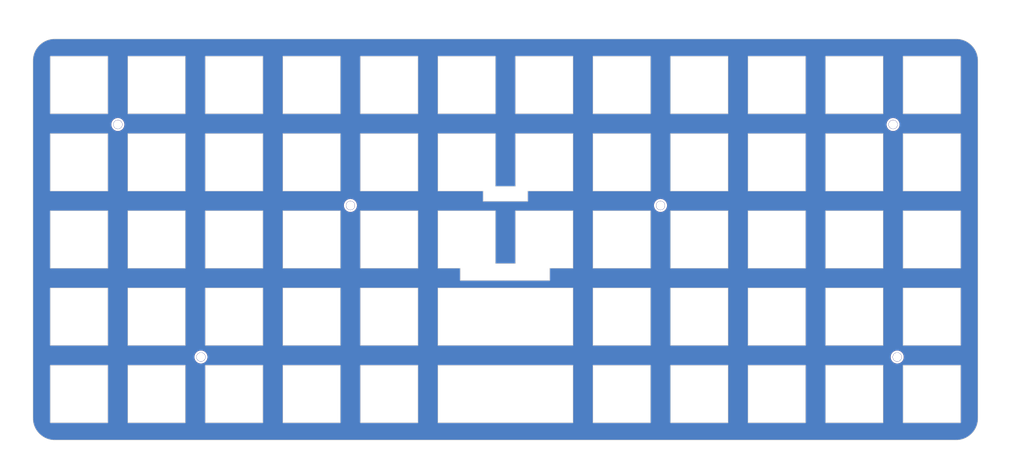
<source format=kicad_pcb>
(kicad_pcb (version 20221018) (generator pcbnew)
  (layers (0 "F.Cu" signal) (31 "B.Cu" signal) (34 "B.Paste" user) (35 "F.Paste" user) (36 "B.SilkS" user "B.Silkscreen") (37 "F.SilkS" user "F.Silkscreen") (38 "B.Mask" user) (39 "F.Mask" user) (44 "Edge.Cuts" user))
  (net 0 "")
  (footprint "MountingHole:MountingHole_2.1mm" (layer "F.Cu") (at 90.0684 53.1368)
    (fp_text reference "REF**")
    (fp_text value "MountingHole_2.1mm")
    (pad "" thru_hole circle (at 0 0) (size 2.2 2.2) (drill 2.1) (layers "*.Cu" "*.Mask"))
  )
  (footprint "MountingHole:MountingHole_2.1mm" (layer "F.Cu") (at 53.34 90.424)
    (fp_text reference "REF**")
    (fp_text value "MountingHole_2.1mm")
    (pad "" thru_hole circle (at 0 0) (size 2.2 2.2) (drill 2.1) (layers "*.Cu" "*.Mask"))
  )
  (footprint "MountingHole:MountingHole_2.1mm" (layer "F.Cu") (at 32.9184 33.2232)
    (fp_text reference "REF**")
    (fp_text value "MountingHole_2.1mm")
    (pad "" thru_hole circle (at 0 0) (size 2.2 2.2) (drill 2.1) (layers "*.Cu" "*.Mask"))
  )
  (footprint "MountingHole:MountingHole_2.1mm" (layer "F.Cu") (at 166.2684 53.1368)
    (fp_text reference "REF**")
    (fp_text value "MountingHole_2.1mm")
    (pad "" thru_hole circle (at 0 0) (size 2.2 2.2) (drill 2.1) (layers "*.Cu" "*.Mask"))
  )
  (footprint "MountingHole:MountingHole_2.1mm" (layer "F.Cu") (at 224.4344 90.424)
    (fp_text reference "REF**")
    (fp_text value "MountingHole_2.1mm")
    (pad "" thru_hole circle (at 0 0) (size 2.2 2.2) (drill 2.1) (layers "*.Cu" "*.Mask"))
  )
  (footprint "MountingHole:MountingHole_2.1mm" (layer "F.Cu") (at 223.4184 33.2232)
    (fp_text reference "REF**")
    (fp_text value "MountingHole_2.1mm")
    (pad "" thru_hole circle (at 0 0) (size 2.2 2.2) (drill 2.1) (layers "*.Cu" "*.Mask"))
  )
  (gr_line (start 92.5184 54.4338) (end 106.6684 54.4338) (stroke (width 0.1)) (layer "Edge.Cuts"))
  (gr_line (start 182.8684 16.4338) (end 182.8684 30.5838) (stroke (width 0.1)) (layer "Edge.Cuts"))
  (gr_line (start 220.9684 87.5838) (end 206.8184 87.5838) (stroke (width 0.1)) (layer "Edge.Cuts"))
  (gr_line (start 182.8684 73.4338) (end 182.8684 87.5838) (stroke (width 0.1)) (layer "Edge.Cuts"))
  (gr_line (start 201.9184 54.4338) (end 201.9184 68.5838) (stroke (width 0.1)) (layer "Edge.Cuts"))
  (gr_line (start 30.4684 49.5838) (end 16.3184 49.5838) (stroke (width 0.1)) (layer "Edge.Cuts"))
  (gr_line (start 206.8184 87.5838) (end 206.8184 73.4338) (stroke (width 0.1)) (layer "Edge.Cuts"))
  (gr_line (start 122.6664 52.1278) (end 122.6664 49.5838) (stroke (width 0.1)) (layer "Edge.Cuts"))
  (gr_line (start 87.6184 73.4338) (end 87.6184 87.5838) (stroke (width 0.1)) (layer "Edge.Cuts"))
  (gr_line (start 68.5684 16.4338) (end 68.5684 30.5838) (stroke (width 0.1)) (layer "Edge.Cuts"))
  (gr_line (start 201.9184 87.5838) (end 187.7684 87.5838) (stroke (width 0.1)) (layer "Edge.Cuts"))
  (gr_line (start 125.7184 48.4278) (end 130.6184 48.4278) (stroke (width 0.1)) (layer "Edge.Cuts"))
  (gr_line (start 130.6184 30.5838) (end 130.6184 16.4338) (stroke (width 0.1)) (layer "Edge.Cuts"))
  (gr_line (start 92.5184 87.5838) (end 92.5184 73.4338) (stroke (width 0.1)) (layer "Edge.Cuts"))
  (gr_line (start 106.6684 49.5838) (end 92.5184 49.5838) (stroke (width 0.1)) (layer "Edge.Cuts"))
  (gr_line (start 225.8684 68.5838) (end 225.8684 54.4338) (stroke (width 0.1)) (layer "Edge.Cuts"))
  (gr_line (start 206.8184 73.4338) (end 220.9684 73.4338) (stroke (width 0.1)) (layer "Edge.Cuts"))
  (gr_line (start 73.4684 49.5838) (end 73.4684 35.4338) (stroke (width 0.1)) (layer "Edge.Cuts"))
  (gr_line (start 206.8184 92.4338) (end 220.9684 92.4338) (stroke (width 0.1)) (layer "Edge.Cuts"))
  (gr_line (start 35.3684 35.4338) (end 49.5184 35.4338) (stroke (width 0.1)) (layer "Edge.Cuts"))
  (gr_line (start 182.8684 30.5838) (end 168.7184 30.5838) (stroke (width 0.1)) (layer "Edge.Cuts"))
  (gr_line (start 35.3684 92.4338) (end 49.5184 92.4338) (stroke (width 0.1)) (layer "Edge.Cuts"))
  (gr_line (start 240.0184 54.4338) (end 240.0184 68.5838) (stroke (width 0.1)) (layer "Edge.Cuts"))
  (gr_line (start 35.3684 16.4338) (end 49.5184 16.4338) (stroke (width 0.1)) (layer "Edge.Cuts"))
  (gr_line (start 206.8184 16.4338) (end 220.9684 16.4338) (stroke (width 0.1)) (layer "Edge.Cuts"))
  (gr_line (start 87.6184 54.4338) (end 87.6184 68.5838) (stroke (width 0.1)) (layer "Edge.Cuts"))
  (gr_line (start 144.7684 30.5838) (end 130.6184 30.5838) (stroke (width 0.1)) (layer "Edge.Cuts"))
  (gr_line (start 73.4684 16.4338) (end 87.6184 16.4338) (stroke (width 0.1)) (layer "Edge.Cuts"))
  (gr_line (start 206.8184 54.4338) (end 220.9684 54.4338) (stroke (width 0.1)) (layer "Edge.Cuts"))
  (gr_line (start 111.5684 87.5838) (end 111.5684 73.4338) (stroke (width 0.1)) (layer "Edge.Cuts"))
  (gr_line (start 149.6684 16.4338) (end 163.8184 16.4338) (stroke (width 0.1)) (layer "Edge.Cuts"))
  (gr_line (start 73.4684 106.5838) (end 73.4684 92.4338) (stroke (width 0.1)) (layer "Edge.Cuts"))
  (gr_line (start 111.5684 106.5838) (end 111.5684 92.4338) (stroke (width 0.1)) (layer "Edge.Cuts"))
  (gr_line (start 68.5684 73.4338) (end 68.5684 87.5838) (stroke (width 0.1)) (layer "Edge.Cuts"))
  (gr_line (start 220.9684 30.5838) (end 206.8184 30.5838) (stroke (width 0.1)) (layer "Edge.Cuts"))
  (gr_line (start 54.4184 106.5838) (end 54.4184 92.4338) (stroke (width 0.1)) (layer "Edge.Cuts"))
  (gr_line (start 139.0414 71.622) (end 128.0414 71.622) (stroke (width 0.1)) (layer "Edge.Cuts"))
  (gr_line (start 206.8184 35.4338) (end 220.9684 35.4338) (stroke (width 0.1)) (layer "Edge.Cuts"))
  (gr_line (start 73.4684 73.4338) (end 87.6184 73.4338) (stroke (width 0.1)) (layer "Edge.Cuts"))
  (gr_line (start 144.7684 68.5838) (end 139.0414 68.578) (stroke (width 0.1)) (layer "Edge.Cuts"))
  (gr_line (start 106.6684 54.4338) (end 106.6684 68.5838) (stroke (width 0.1)) (layer "Edge.Cuts"))
  (gr_line (start 130.6184 35.4338) (end 144.7684 35.4338) (stroke (width 0.1)) (layer "Edge.Cuts"))
  (gr_line (start 16.3184 92.4338) (end 30.4684 92.4338) (stroke (width 0.1)) (layer "Edge.Cuts"))
  (gr_line (start 68.5684 92.4338) (end 68.5684 106.5838) (stroke (width 0.1)) (layer "Edge.Cuts"))
  (gr_line (start 106.6684 92.4338) (end 106.6684 106.5838) (stroke (width 0.1)) (layer "Edge.Cuts"))
  (gr_line (start 220.9684 92.4338) (end 220.9684 106.5838) (stroke (width 0.1)) (layer "Edge.Cuts"))
  (gr_line (start 149.6684 68.5838) (end 149.6684 54.4338) (stroke (width 0.1)) (layer "Edge.Cuts"))
  (gr_line (start 182.8684 68.5838) (end 168.7184 68.5838) (stroke (width 0.1)) (layer "Edge.Cuts"))
  (gr_line (start 125.7184 30.5838) (end 111.5684 30.5838) (stroke (width 0.1)) (layer "Edge.Cuts"))
  (gr_line (start 163.8184 106.5838) (end 149.6684 106.5838) (stroke (width 0.1)) (layer "Edge.Cuts"))
  (gr_line (start 149.6684 30.5838) (end 149.6684 16.4338) (stroke (width 0.1)) (layer "Edge.Cuts"))
  (gr_line (start 16.3184 68.5838) (end 16.3184 54.4338) (stroke (width 0.1)) (layer "Edge.Cuts"))
  (gr_line (start 35.3684 87.5838) (end 35.3684 73.4338) (stroke (width 0.1)) (layer "Edge.Cuts"))
  (gr_line (start 87.6184 68.5838) (end 73.4684 68.5838) (stroke (width 0.1)) (layer "Edge.Cuts"))
  (gr_line (start 54.4184 73.4338) (end 68.5684 73.4338) (stroke (width 0.1)) (layer "Edge.Cuts"))
  (gr_line (start 49.5184 87.5838) (end 35.3684 87.5838) (stroke (width 0.1)) (layer "Edge.Cuts"))
  (gr_line (start 182.8684 54.4338) (end 182.8684 68.5838) (stroke (width 0.1)) (layer "Edge.Cuts"))
  (gr_line (start 225.8684 49.5838) (end 225.8684 35.4338) (stroke (width 0.1)) (layer "Edge.Cuts"))
  (gr_line (start 54.4184 68.5838) (end 54.4184 54.4338) (stroke (width 0.1)) (layer "Edge.Cuts"))
  (gr_line (start 35.3684 30.5838) (end 35.3684 16.4338) (stroke (width 0.1)) (layer "Edge.Cuts"))
  (gr_line (start 240.0184 49.5838) (end 225.8684 49.5838) (stroke (width 0.1)) (layer "Edge.Cuts"))
  (gr_line (start 168.7184 30.5838) (end 168.7184 16.4338) (stroke (width 0.1)) (layer "Edge.Cuts"))
  (gr_arc (start 238.9164 12.1788) (mid 242.699422 13.745778) (end 244.2664 17.5288) (stroke (width 0.1)) (layer "Edge.Cuts"))
  (gr_line (start 87.6184 92.4338) (end 87.6184 106.5838) (stroke (width 0.1)) (layer "Edge.Cuts"))
  (gr_line (start 92.5184 16.4338) (end 106.6684 16.4338) (stroke (width 0.1)) (layer "Edge.Cuts"))
  (gr_line (start 187.7684 49.5838) (end 187.7684 35.4338) (stroke (width 0.1)) (layer "Edge.Cuts"))
  (gr_line (start 225.8684 73.4338) (end 240.0184 73.4338) (stroke (width 0.1)) (layer "Edge.Cuts"))
  (gr_line (start 206.8184 30.5838) (end 206.8184 16.4338) (stroke (width 0.1)) (layer "Edge.Cuts"))
  (gr_line (start 16.3184 35.4338) (end 30.4684 35.4338) (stroke (width 0.1)) (layer "Edge.Cuts"))
  (gr_line (start 225.8684 30.5838) (end 225.8684 16.4338) (stroke (width 0.1)) (layer "Edge.Cuts"))
  (gr_line (start 30.4684 87.5838) (end 16.3184 87.5838) (stroke (width 0.1)) (layer "Edge.Cuts"))
  (gr_line (start 49.5184 35.4338) (end 49.5184 49.5838) (stroke (width 0.1)) (layer "Edge.Cuts"))
  (gr_line (start 73.4684 35.4338) (end 87.6184 35.4338) (stroke (width 0.1)) (layer "Edge.Cuts"))
  (gr_line (start 16.3184 16.4338) (end 30.4684 16.4338) (stroke (width 0.1)) (layer "Edge.Cuts"))
  (gr_line (start 128.0414 71.622) (end 117.0414 71.622) (stroke (width 0.1)) (layer "Edge.Cuts"))
  (gr_line (start 244.2664 105.4868) (end 244.2664 17.5288) (stroke (width 0.1)) (layer "Edge.Cuts"))
  (gr_line (start 187.7684 54.4338) (end 201.9184 54.4338) (stroke (width 0.1)) (layer "Edge.Cuts"))
  (gr_line (start 92.5184 49.5838) (end 92.5184 35.4338) (stroke (width 0.1)) (layer "Edge.Cuts"))
  (gr_line (start 87.6184 35.4338) (end 87.6184 49.5838) (stroke (width 0.1)) (layer "Edge.Cuts"))
  (gr_line (start 240.0184 73.4338) (end 240.0184 87.5838) (stroke (width 0.1)) (layer "Edge.Cuts"))
  (gr_line (start 182.8684 106.5838) (end 168.7184 106.5838) (stroke (width 0.1)) (layer "Edge.Cuts"))
  (gr_line (start 206.8184 49.5838) (end 206.8184 35.4338) (stroke (width 0.1)) (layer "Edge.Cuts"))
  (gr_line (start 92.5184 35.4338) (end 106.6684 35.4338) (stroke (width 0.1)) (layer "Edge.Cuts"))
  (gr_line (start 163.8184 87.5838) (end 149.6684 87.5838) (stroke (width 0.1)) (layer "Edge.Cuts"))
  (gr_line (start 73.4684 54.4338) (end 87.6184 54.4338) (stroke (width 0.1)) (layer "Edge.Cuts"))
  (gr_line (start 111.5684 49.5838) (end 111.5684 35.4338) (stroke (width 0.1)) (layer "Edge.Cuts"))
  (gr_line (start 238.9164 12.1788) (end 17.4164 12.1788) (stroke (width 0.1)) (layer "Edge.Cuts"))
  (gr_line (start 106.6684 87.5838) (end 92.5184 87.5838) (stroke (width 0.1)) (layer "Edge.Cuts"))
  (gr_line (start 149.6684 54.4338) (end 163.8184 54.4338) (stroke (width 0.1)) (layer "Edge.Cuts"))
  (gr_line (start 149.6684 49.5838) (end 149.6684 35.4338) (stroke (width 0.1)) (layer "Edge.Cuts"))
  (gr_line (start 73.4684 30.5838) (end 73.4684 16.4338) (stroke (width 0.1)) (layer "Edge.Cuts"))
  (gr_line (start 30.4684 16.4338) (end 30.4684 30.5838) (stroke (width 0.1)) (layer "Edge.Cuts"))
  (gr_line (start 54.4184 92.4338) (end 68.5684 92.4338) (stroke (width 0.1)) (layer "Edge.Cuts"))
  (gr_line (start 163.8184 92.4338) (end 163.8184 106.5838) (stroke (width 0.1)) (layer "Edge.Cuts"))
  (gr_line (start 225.8684 54.4338) (end 240.0184 54.4338) (stroke (width 0.1)) (layer "Edge.Cuts"))
  (gr_line (start 73.4684 92.4338) (end 87.6184 92.4338) (stroke (width 0.1)) (layer "Edge.Cuts"))
  (gr_line (start 49.5184 68.5838) (end 35.3684 68.5838) (stroke (width 0.1)) (layer "Edge.Cuts"))
  (gr_line (start 220.9684 106.5838) (end 206.8184 106.5838) (stroke (width 0.1)) (layer "Edge.Cuts"))
  (gr_line (start 201.9184 92.4338) (end 201.9184 106.5838) (stroke (width 0.1)) (layer "Edge.Cuts"))
  (gr_line (start 54.4184 16.4338) (end 68.5684 16.4338) (stroke (width 0.1)) (layer "Edge.Cuts"))
  (gr_line (start 130.6184 16.4338) (end 144.7684 16.4338) (stroke (width 0.1)) (layer "Edge.Cuts"))
  (gr_arc (start 244.2664 105.4868) (mid 242.699422 109.269822) (end 238.9164 110.8368) (stroke (width 0.1)) (layer "Edge.Cuts"))
  (gr_line (start 35.3684 54.4338) (end 49.5184 54.4338) (stroke (width 0.1)) (layer "Edge.Cuts"))
  (gr_line (start 240.0184 106.5838) (end 225.8684 106.5838) (stroke (width 0.1)) (layer "Edge.Cuts"))
  (gr_line (start 201.9184 16.4338) (end 201.9184 30.5838) (stroke (width 0.1)) (layer "Edge.Cuts"))
  (gr_line (start 201.9184 73.4338) (end 201.9184 87.5838) (stroke (width 0.1)) (layer "Edge.Cuts"))
  (gr_arc (start 12.0664 17.5288) (mid 13.633379 13.745779) (end 17.4164 12.1788) (stroke (width 0.1)) (layer "Edge.Cuts"))
  (gr_line (start 220.9684 73.4338) (end 220.9684 87.5838) (stroke (width 0.1)) (layer "Edge.Cuts"))
  (gr_line (start 125.7184 67.4278) (end 130.6184 67.4278) (stroke (width 0.1)) (layer "Edge.Cuts"))
  (gr_line (start 144.7684 49.5838) (end 133.6664 49.5838) (stroke (width 0.1)) (layer "Edge.Cuts"))
  (gr_line (start 92.5184 73.4338) (end 106.6684 73.4338) (stroke (width 0.1)) (layer "Edge.Cuts"))
  (gr_line (start 87.6184 106.5838) (end 73.4684 106.5838) (stroke (width 0.1)) (layer "Edge.Cuts"))
  (gr_line (start 206.8184 68.5838) (end 206.8184 54.4338) (stroke (width 0.1)) (layer "Edge.Cuts"))
  (gr_line (start 111.5684 35.4338) (end 125.7184 35.4338) (stroke (width 0.1)) (layer "Edge.Cuts"))
  (gr_line (start 168.7184 92.4338) (end 182.8684 92.4338) (stroke (width 0.1)) (layer "Edge.Cuts"))
  (gr_line (start 87.6184 49.5838) (end 73.4684 49.5838) (stroke (width 0.1)) (layer "Edge.Cuts"))
  (gr_line (start 68.5684 106.5838) (end 54.4184 106.5838) (stroke (width 0.1)) (layer "Edge.Cuts"))
  (gr_line (start 35.3684 106.5838) (end 35.3684 92.4338) (stroke (width 0.1)) (layer "Edge.Cuts"))
  (gr_line (start 49.5184 92.4338) (end 49.5184 106.5838) (stroke (width 0.1)) (layer "Edge.Cuts"))
  (gr_line (start 168.7184 54.4338) (end 182.8684 54.4338) (stroke (width 0.1)) (layer "Edge.Cuts"))
  (gr_line (start 54.4184 87.5838) (end 54.4184 73.4338) (stroke (width 0.1)) (layer "Edge.Cuts"))
  (gr_line (start 125.7184 54.4338) (end 125.7184 67.4278) (stroke (width 0.1)) (layer "Edge.Cuts"))
  (gr_line (start 168.7184 106.5838) (end 168.7184 92.4338) (stroke (width 0.1)) (layer "Edge.Cuts"))
  (gr_line (start 16.3184 73.4338) (end 30.4684 73.4338) (stroke (width 0.1)) (layer "Edge.Cuts"))
  (gr_line (start 30.4684 30.5838) (end 16.3184 30.5838) (stroke (width 0.1)) (layer "Edge.Cuts"))
  (gr_line (start 49.5184 54.4338) (end 49.5184 68.5838) (stroke (width 0.1)) (layer "Edge.Cuts"))
  (gr_line (start 111.5684 92.4338) (end 144.7684 92.4338) (stroke (width 0.1)) (layer "Edge.Cuts"))
  (gr_line (start 16.3184 87.5838) (end 16.3184 73.4338) (stroke (width 0.1)) (layer "Edge.Cuts"))
  (gr_line (start 130.6184 67.4278) (end 130.6184 54.4338) (stroke (width 0.1)) (layer "Edge.Cuts"))
  (gr_line (start 133.6664 49.5838) (end 133.6664 52.1278) (stroke (width 0.1)) (layer "Edge.Cuts"))
  (gr_line (start 111.5684 68.5838) (end 111.5684 54.4338) (stroke (width 0.1)) (layer "Edge.Cuts"))
  (gr_line (start 30.4684 106.5838) (end 16.3184 106.5838) (stroke (width 0.1)) (layer "Edge.Cuts"))
  (gr_line (start 220.9684 35.4338) (end 220.9684 49.5838) (stroke (width 0.1)) (layer "Edge.Cuts"))
  (gr_line (start 163.8184 68.5838) (end 149.6684 68.5838) (stroke (width 0.1)) (layer "Edge.Cuts"))
  (gr_line (start 54.4184 30.5838) (end 54.4184 16.4338) (stroke (width 0.1)) (layer "Edge.Cuts"))
  (gr_line (start 49.5184 30.5838) (end 35.3684 30.5838) (stroke (width 0.1)) (layer "Edge.Cuts"))
  (gr_line (start 49.5184 49.5838) (end 35.3684 49.5838) (stroke (width 0.1)) (layer "Edge.Cuts"))
  (gr_line (start 144.7684 73.4338) (end 144.7684 87.5838) (stroke (width 0.1)) (layer "Edge.Cuts"))
  (gr_line (start 225.8684 35.4338) (end 240.0184 35.4338) (stroke (width 0.1)) (layer "Edge.Cuts"))
  (gr_line (start 92.5184 30.5838) (end 92.5184 16.4338) (stroke (width 0.1)) (layer "Edge.Cuts"))
  (gr_line (start 87.6184 87.5838) (end 73.4684 87.5838) (stroke (width 0.1)) (layer "Edge.Cuts"))
  (gr_line (start 168.7184 35.4338) (end 182.8684 35.4338) (stroke (width 0.1)) (layer "Edge.Cuts"))
  (gr_line (start 122.6664 49.5838) (end 111.5684 49.5838) (stroke (width 0.1)) (layer "Edge.Cuts"))
  (gr_line (start 54.4184 35.4338) (end 68.5684 35.4338) (stroke (width 0.1)) (layer "Edge.Cuts"))
  (gr_line (start 30.4684 73.4338) (end 30.4684 87.5838) (stroke (width 0.1)) (layer "Edge.Cuts"))
  (gr_line (start 54.4184 54.4338) (end 68.5684 54.4338) (stroke (width 0.1)) (layer "Edge.Cuts"))
  (gr_line (start 182.8684 92.4338) (end 182.8684 106.5838) (stroke (width 0.1)) (layer "Edge.Cuts"))
  (gr_line (start 220.9684 68.5838) (end 206.8184 68.5838) (stroke (width 0.1)) (layer "Edge.Cuts"))
  (gr_line (start 168.7184 49.5838) (end 168.7184 35.4338) (stroke (width 0.1)) (layer "Edge.Cuts"))
  (gr_line (start 201.9184 49.5838) (end 187.7684 49.5838) (stroke (width 0.1)) (layer "Edge.Cuts"))
  (gr_line (start 187.7684 16.4338) (end 201.9184 16.4338) (stroke (width 0.1)) (layer "Edge.Cuts"))
  (gr_line (start 225.8684 106.5838) (end 225.8684 92.4338) (stroke (width 0.1)) (layer "Edge.Cuts"))
  (gr_line (start 201.9184 30.5838) (end 187.7684 30.5838) (stroke (width 0.1)) (layer "Edge.Cuts"))
  (gr_line (start 187.7684 73.4338) (end 201.9184 73.4338) (stroke (width 0.1)) (layer "Edge.Cuts"))
  (gr_line (start 149.6684 35.4338) (end 163.8184 35.4338) (stroke (width 0.1)) (layer "Edge.Cuts"))
  (gr_line (start 168.7184 68.5838) (end 168.7184 54.4338) (stroke (width 0.1)) (layer "Edge.Cuts"))
  (gr_line (start 182.8684 87.5838) (end 168.7184 87.5838) (stroke (width 0.1)) (layer "Edge.Cuts"))
  (gr_line (start 139.0414 68.578) (end 139.0414 71.622) (stroke (width 0.1)) (layer "Edge.Cuts"))
  (gr_line (start 220.9684 16.4338) (end 220.9684 30.5838) (stroke (width 0.1)) (layer "Edge.Cuts"))
  (gr_line (start 30.4684 35.4338) (end 30.4684 49.5838) (stroke (width 0.1)) (layer "Edge.Cuts"))
  (gr_line (start 106.6684 68.5838) (end 92.5184 68.5838) (stroke (width 0.1)) (layer "Edge.Cuts"))
  (gr_line (start 54.4184 49.5838) (end 54.4184 35.4338) (stroke (width 0.1)) (layer "Edge.Cuts"))
  (gr_line (start 111.5684 30.5838) (end 111.5684 16.4338) (stroke (width 0.1)) (layer "Edge.Cuts"))
  (gr_line (start 206.8184 106.5838) (end 206.8184 92.4338) (stroke (width 0.1)) (layer "Edge.Cuts"))
  (gr_line (start 240.0184 92.4338) (end 240.0184 106.5838) (stroke (width 0.1)) (layer "Edge.Cuts"))
  (gr_line (start 187.7684 106.5838) (end 187.7684 92.4338) (stroke (width 0.1)) (layer "Edge.Cuts"))
  (gr_line (start 106.6684 16.4338) (end 106.6684 30.5838) (stroke (width 0.1)) (layer "Edge.Cuts"))
  (gr_line (start 133.6664 52.1278) (end 122.6664 52.1278) (stroke (width 0.1)) (layer "Edge.Cuts"))
  (gr_line (start 12.0664 17.5288) (end 12.0664 105.4868) (stroke (width 0.1)) (layer "Edge.Cuts"))
  (gr_line (start 163.8184 30.5838) (end 149.6684 30.5838) (stroke (width 0.1)) (layer "Edge.Cuts"))
  (gr_line (start 35.3684 73.4338) (end 49.5184 73.4338) (stroke (width 0.1)) (layer "Edge.Cuts"))
  (gr_line (start 225.8684 16.4338) (end 240.0184 16.4338) (stroke (width 0.1)) (layer "Edge.Cuts"))
  (gr_line (start 16.3184 49.5838) (end 16.3184 35.4338) (stroke (width 0.1)) (layer "Edge.Cuts"))
  (gr_line (start 17.4164 110.8368) (end 238.9164 110.8368) (stroke (width 0.1)) (layer "Edge.Cuts"))
  (gr_line (start 201.9184 68.5838) (end 187.7684 68.5838) (stroke (width 0.1)) (layer "Edge.Cuts"))
  (gr_line (start 49.5184 106.5838) (end 35.3684 106.5838) (stroke (width 0.1)) (layer "Edge.Cuts"))
  (gr_line (start 240.0184 87.5838) (end 225.8684 87.5838) (stroke (width 0.1)) (layer "Edge.Cuts"))
  (gr_line (start 144.7684 106.5838) (end 111.5684 106.5838) (stroke (width 0.1)) (layer "Edge.Cuts"))
  (gr_arc (start 17.4164 110.8368) (mid 13.633379 109.269821) (end 12.0664 105.4868) (stroke (width 0.1)) (layer "Edge.Cuts"))
  (gr_line (start 187.7684 35.4338) (end 201.9184 35.4338) (stroke (width 0.1)) (layer "Edge.Cuts"))
  (gr_line (start 163.8184 54.4338) (end 163.8184 68.5838) (stroke (width 0.1)) (layer "Edge.Cuts"))
  (gr_line (start 30.4684 92.4338) (end 30.4684 106.5838) (stroke (width 0.1)) (layer "Edge.Cuts"))
  (gr_line (start 149.6684 73.4338) (end 163.8184 73.4338) (stroke (width 0.1)) (layer "Edge.Cuts"))
  (gr_line (start 225.8684 92.4338) (end 240.0184 92.4338) (stroke (width 0.1)) (layer "Edge.Cuts"))
  (gr_line (start 87.6184 30.5838) (end 73.4684 30.5838) (stroke (width 0.1)) (layer "Edge.Cuts"))
  (gr_line (start 68.5684 30.5838) (end 54.4184 30.5838) (stroke (width 0.1)) (layer "Edge.Cuts"))
  (gr_line (start 68.5684 35.4338) (end 68.5684 49.5838) (stroke (width 0.1)) (layer "Edge.Cuts"))
  (gr_line (start 187.7684 92.4338) (end 201.9184 92.4338) (stroke (width 0.1)) (layer "Edge.Cuts"))
  (gr_line (start 240.0184 68.5838) (end 225.8684 68.5838) (stroke (width 0.1)) (layer "Edge.Cuts"))
  (gr_line (start 30.4684 54.4338) (end 30.4684 68.5838) (stroke (width 0.1)) (layer "Edge.Cuts"))
  (gr_line (start 130.6184 48.4278) (end 130.6184 35.4338) (stroke (width 0.1)) (layer "Edge.Cuts"))
  (gr_line (start 144.7684 87.5838) (end 111.5684 87.5838) (stroke (width 0.1)) (layer "Edge.Cuts"))
  (gr_line (start 144.7684 35.4338) (end 144.7684 49.5838) (stroke (width 0.1)) (layer "Edge.Cuts"))
  (gr_line (start 111.5684 16.4338) (end 125.7184 16.4338) (stroke (width 0.1)) (layer "Edge.Cuts"))
  (gr_line (start 117.0414 68.578) (end 111.5684 68.5838) (stroke (width 0.1)) (layer "Edge.Cuts"))
  (gr_line (start 168.7184 73.4338) (end 182.8684 73.4338) (stroke (width 0.1)) (layer "Edge.Cuts"))
  (gr_line (start 168.7184 87.5838) (end 168.7184 73.4338) (stroke (width 0.1)) (layer "Edge.Cuts"))
  (gr_line (start 220.9684 54.4338) (end 220.9684 68.5838) (stroke (width 0.1)) (layer "Edge.Cuts"))
  (gr_line (start 35.3684 68.5838) (end 35.3684 54.4338) (stroke (width 0.1)) (layer "Edge.Cuts"))
  (gr_line (start 16.3184 30.5838) (end 16.3184 16.4338) (stroke (width 0.1)) (layer "Edge.Cuts"))
  (gr_line (start 49.5184 73.4338) (end 49.5184 87.5838) (stroke (width 0.1)) (layer "Edge.Cuts"))
  (gr_line (start 187.7684 87.5838) (end 187.7684 73.4338) (stroke (width 0.1)) (layer "Edge.Cuts"))
  (gr_line (start 149.6684 87.5838) (end 149.6684 73.4338) (stroke (width 0.1)) (layer "Edge.Cuts"))
  (gr_line (start 68.5684 49.5838) (end 54.4184 49.5838) (stroke (width 0.1)) (layer "Edge.Cuts"))
  (gr_line (start 106.6684 35.4338) (end 106.6684 49.5838) (stroke (width 0.1)) (layer "Edge.Cuts"))
  (gr_line (start 68.5684 68.5838) (end 54.4184 68.5838) (stroke (width 0.1)) (layer "Edge.Cuts"))
  (gr_line (start 187.7684 30.5838) (end 187.7684 16.4338) (stroke (width 0.1)) (layer "Edge.Cuts"))
  (gr_line (start 182.8684 35.4338) (end 182.8684 49.5838) (stroke (width 0.1)) (layer "Edge.Cuts"))
  (gr_line (start 30.4684 68.5838) (end 16.3184 68.5838) (stroke (width 0.1)) (layer "Edge.Cuts"))
  (gr_line (start 240.0184 35.4338) (end 240.0184 49.5838) (stroke (width 0.1)) (layer "Edge.Cuts"))
  (gr_line (start 149.6684 92.4338) (end 163.8184 92.4338) (stroke (width 0.1)) (layer "Edge.Cuts"))
  (gr_line (start 35.3684 49.5838) (end 35.3684 35.4338) (stroke (width 0.1)) (layer "Edge.Cuts"))
  (gr_line (start 149.6684 106.5838) (end 149.6684 92.4338) (stroke (width 0.1)) (layer "Edge.Cuts"))
  (gr_line (start 130.6184 54.4338) (end 144.7684 54.4338) (stroke (width 0.1)) (layer "Edge.Cuts"))
  (gr_line (start 92.5184 92.4338) (end 106.6684 92.4338) (stroke (width 0.1)) (layer "Edge.Cuts"))
  (gr_line (start 106.6684 30.5838) (end 92.5184 30.5838) (stroke (width 0.1)) (layer "Edge.Cuts"))
  (gr_line (start 16.3184 54.4338) (end 30.4684 54.4338) (stroke (width 0.1)) (layer "Edge.Cuts"))
  (gr_line (start 106.6684 73.4338) (end 106.6684 87.5838) (stroke (width 0.1)) (layer "Edge.Cuts"))
  (gr_line (start 106.6684 106.5838) (end 92.5184 106.5838) (stroke (width 0.1)) (layer "Edge.Cuts"))
  (gr_line (start 125.7184 35.4338) (end 125.7184 48.4278) (stroke (width 0.1)) (layer "Edge.Cuts"))
  (gr_line (start 117.0414 71.622) (end 117.0414 68.578) (stroke (width 0.1)) (layer "Edge.Cuts"))
  (gr_line (start 111.5684 73.4338) (end 144.7684 73.4338) (stroke (width 0.1)) (layer "Edge.Cuts"))
  (gr_line (start 144.7684 92.4338) (end 144.7684 106.5838) (stroke (width 0.1)) (layer "Edge.Cuts"))
  (gr_line (start 201.9184 35.4338) (end 201.9184 49.5838) (stroke (width 0.1)) (layer "Edge.Cuts"))
  (gr_line (start 87.6184 16.4338) (end 87.6184 30.5838) (stroke (width 0.1)) (layer "Edge.Cuts"))
  (gr_line (start 187.7684 68.5838) (end 187.7684 54.4338) (stroke (width 0.1)) (layer "Edge.Cuts"))
  (gr_line (start 168.7184 16.4338) (end 182.8684 16.4338) (stroke (width 0.1)) (layer "Edge.Cuts"))
  (gr_line (start 68.5684 87.5838) (end 54.4184 87.5838) (stroke (width 0.1)) (layer "Edge.Cuts"))
  (gr_line (start 225.8684 87.5838) (end 225.8684 73.4338) (stroke (width 0.1)) (layer "Edge.Cuts"))
  (gr_line (start 92.5184 68.5838) (end 92.5184 54.4338) (stroke (width 0.1)) (layer "Edge.Cuts"))
  (gr_line (start 163.8184 16.4338) (end 163.8184 30.5838) (stroke (width 0.1)) (layer "Edge.Cuts"))
  (gr_line (start 68.5684 54.4338) (end 68.5684 68.5838) (stroke (width 0.1)) (layer "Edge.Cuts"))
  (gr_line (start 144.7684 54.4338) (end 144.7684 68.5838) (stroke (width 0.1)) (layer "Edge.Cuts"))
  (gr_line (start 201.9184 106.5838) (end 187.7684 106.5838) (stroke (width 0.1)) (layer "Edge.Cuts"))
  (gr_line (start 49.5184 16.4338) (end 49.5184 30.5838) (stroke (width 0.1)) (layer "Edge.Cuts"))
  (gr_line (start 125.7184 16.4338) (end 125.7184 30.5838) (stroke (width 0.1)) (layer "Edge.Cuts"))
  (gr_line (start 163.8184 35.4338) (end 163.8184 49.5838) (stroke (width 0.1)) (layer "Edge.Cuts"))
  (gr_line (start 111.5684 54.4338) (end 125.7184 54.4338) (stroke (width 0.1)) (layer "Edge.Cuts"))
  (gr_line (start 73.4684 68.5838) (end 73.4684 54.4338) (stroke (width 0.1)) (layer "Edge.Cuts"))
  (gr_line (start 92.5184 106.5838) (end 92.5184 92.4338) (stroke (width 0.1)) (layer "Edge.Cuts"))
  (gr_line (start 220.9684 49.5838) (end 206.8184 49.5838) (stroke (width 0.1)) (layer "Edge.Cuts"))
  (gr_line (start 182.8684 49.5838) (end 168.7184 49.5838) (stroke (width 0.1)) (layer "Edge.Cuts"))
  (gr_line (start 240.0184 30.5838) (end 225.8684 30.5838) (stroke (width 0.1)) (layer "Edge.Cuts"))
  (gr_line (start 163.8184 73.4338) (end 163.8184 87.5838) (stroke (width 0.1)) (layer "Edge.Cuts"))
  (gr_line (start 73.4684 87.5838) (end 73.4684 73.4338) (stroke (width 0.1)) (layer "Edge.Cuts"))
  (gr_line (start 240.0184 16.4338) (end 240.0184 30.5838) (stroke (width 0.1)) (layer "Edge.Cuts"))
  (gr_line (start 16.3184 106.5838) (end 16.3184 92.4338) (stroke (width 0.1)) (layer "Edge.Cuts"))
  (gr_line (start 144.7684 16.4338) (end 144.7684 30.5838) (stroke (width 0.1)) (layer "Edge.Cuts"))
  (gr_line (start 163.8184 49.5838) (end 149.6684 49.5838) (stroke (width 0.1)) (layer "Edge.Cuts"))
  (zone (net 0) (net_name "") (layers "F&B.Cu") (connect_pads no (clearance 0.508)) (min_thickness 0.254) (fill yes (thermal_gap 0.508) (thermal_bridge_width 0.508))
    (polygon (pts (xy 10.660724 3.939592) (xy 3.955124 116.537792) (xy 255.6002 112.3442) (xy 254.653124 2.593392)))
  )
)
</source>
